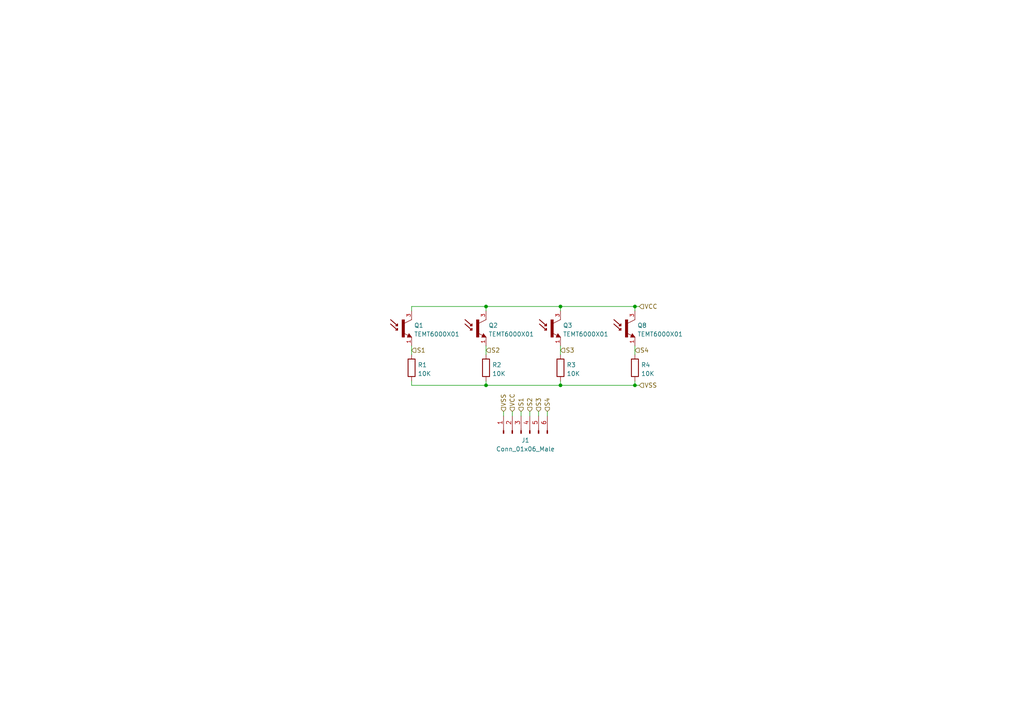
<source format=kicad_sch>
(kicad_sch (version 20211123) (generator eeschema)

  (uuid 2c152087-94fa-4fc9-83e0-21ee19ae3dc3)

  (paper "A4")

  (title_block
    (title "solar tracker")
    (rev "Cainã C.")
    (company "Atomsat")
  )

  (lib_symbols
    (symbol "Connector:Conn_01x06_Male" (pin_names (offset 1.016) hide) (in_bom yes) (on_board yes)
      (property "Reference" "J" (id 0) (at 0 7.62 0)
        (effects (font (size 1.27 1.27)))
      )
      (property "Value" "Conn_01x06_Male" (id 1) (at 0 -10.16 0)
        (effects (font (size 1.27 1.27)))
      )
      (property "Footprint" "" (id 2) (at 0 0 0)
        (effects (font (size 1.27 1.27)) hide)
      )
      (property "Datasheet" "~" (id 3) (at 0 0 0)
        (effects (font (size 1.27 1.27)) hide)
      )
      (property "ki_keywords" "connector" (id 4) (at 0 0 0)
        (effects (font (size 1.27 1.27)) hide)
      )
      (property "ki_description" "Generic connector, single row, 01x06, script generated (kicad-library-utils/schlib/autogen/connector/)" (id 5) (at 0 0 0)
        (effects (font (size 1.27 1.27)) hide)
      )
      (property "ki_fp_filters" "Connector*:*_1x??_*" (id 6) (at 0 0 0)
        (effects (font (size 1.27 1.27)) hide)
      )
      (symbol "Conn_01x06_Male_1_1"
        (polyline
          (pts
            (xy 1.27 -7.62)
            (xy 0.8636 -7.62)
          )
          (stroke (width 0.1524) (type default) (color 0 0 0 0))
          (fill (type none))
        )
        (polyline
          (pts
            (xy 1.27 -5.08)
            (xy 0.8636 -5.08)
          )
          (stroke (width 0.1524) (type default) (color 0 0 0 0))
          (fill (type none))
        )
        (polyline
          (pts
            (xy 1.27 -2.54)
            (xy 0.8636 -2.54)
          )
          (stroke (width 0.1524) (type default) (color 0 0 0 0))
          (fill (type none))
        )
        (polyline
          (pts
            (xy 1.27 0)
            (xy 0.8636 0)
          )
          (stroke (width 0.1524) (type default) (color 0 0 0 0))
          (fill (type none))
        )
        (polyline
          (pts
            (xy 1.27 2.54)
            (xy 0.8636 2.54)
          )
          (stroke (width 0.1524) (type default) (color 0 0 0 0))
          (fill (type none))
        )
        (polyline
          (pts
            (xy 1.27 5.08)
            (xy 0.8636 5.08)
          )
          (stroke (width 0.1524) (type default) (color 0 0 0 0))
          (fill (type none))
        )
        (rectangle (start 0.8636 -7.493) (end 0 -7.747)
          (stroke (width 0.1524) (type default) (color 0 0 0 0))
          (fill (type outline))
        )
        (rectangle (start 0.8636 -4.953) (end 0 -5.207)
          (stroke (width 0.1524) (type default) (color 0 0 0 0))
          (fill (type outline))
        )
        (rectangle (start 0.8636 -2.413) (end 0 -2.667)
          (stroke (width 0.1524) (type default) (color 0 0 0 0))
          (fill (type outline))
        )
        (rectangle (start 0.8636 0.127) (end 0 -0.127)
          (stroke (width 0.1524) (type default) (color 0 0 0 0))
          (fill (type outline))
        )
        (rectangle (start 0.8636 2.667) (end 0 2.413)
          (stroke (width 0.1524) (type default) (color 0 0 0 0))
          (fill (type outline))
        )
        (rectangle (start 0.8636 5.207) (end 0 4.953)
          (stroke (width 0.1524) (type default) (color 0 0 0 0))
          (fill (type outline))
        )
        (pin passive line (at 5.08 5.08 180) (length 3.81)
          (name "Pin_1" (effects (font (size 1.27 1.27))))
          (number "1" (effects (font (size 1.27 1.27))))
        )
        (pin passive line (at 5.08 2.54 180) (length 3.81)
          (name "Pin_2" (effects (font (size 1.27 1.27))))
          (number "2" (effects (font (size 1.27 1.27))))
        )
        (pin passive line (at 5.08 0 180) (length 3.81)
          (name "Pin_3" (effects (font (size 1.27 1.27))))
          (number "3" (effects (font (size 1.27 1.27))))
        )
        (pin passive line (at 5.08 -2.54 180) (length 3.81)
          (name "Pin_4" (effects (font (size 1.27 1.27))))
          (number "4" (effects (font (size 1.27 1.27))))
        )
        (pin passive line (at 5.08 -5.08 180) (length 3.81)
          (name "Pin_5" (effects (font (size 1.27 1.27))))
          (number "5" (effects (font (size 1.27 1.27))))
        )
        (pin passive line (at 5.08 -7.62 180) (length 3.81)
          (name "Pin_6" (effects (font (size 1.27 1.27))))
          (number "6" (effects (font (size 1.27 1.27))))
        )
      )
    )
    (symbol "Device:R" (pin_numbers hide) (pin_names (offset 0)) (in_bom yes) (on_board yes)
      (property "Reference" "R" (id 0) (at 2.032 0 90)
        (effects (font (size 1.27 1.27)))
      )
      (property "Value" "R" (id 1) (at 0 0 90)
        (effects (font (size 1.27 1.27)))
      )
      (property "Footprint" "" (id 2) (at -1.778 0 90)
        (effects (font (size 1.27 1.27)) hide)
      )
      (property "Datasheet" "~" (id 3) (at 0 0 0)
        (effects (font (size 1.27 1.27)) hide)
      )
      (property "ki_keywords" "R res resistor" (id 4) (at 0 0 0)
        (effects (font (size 1.27 1.27)) hide)
      )
      (property "ki_description" "Resistor" (id 5) (at 0 0 0)
        (effects (font (size 1.27 1.27)) hide)
      )
      (property "ki_fp_filters" "R_*" (id 6) (at 0 0 0)
        (effects (font (size 1.27 1.27)) hide)
      )
      (symbol "R_0_1"
        (rectangle (start -1.016 -2.54) (end 1.016 2.54)
          (stroke (width 0.254) (type default) (color 0 0 0 0))
          (fill (type none))
        )
      )
      (symbol "R_1_1"
        (pin passive line (at 0 3.81 270) (length 1.27)
          (name "~" (effects (font (size 1.27 1.27))))
          (number "1" (effects (font (size 1.27 1.27))))
        )
        (pin passive line (at 0 -3.81 90) (length 1.27)
          (name "~" (effects (font (size 1.27 1.27))))
          (number "2" (effects (font (size 1.27 1.27))))
        )
      )
    )
    (symbol "temt6000:TEMT6000X01" (pin_names (offset 1.016)) (in_bom yes) (on_board yes)
      (property "Reference" "Q" (id 0) (at 5.0999 0 0)
        (effects (font (size 1.27 1.27)) (justify left bottom))
      )
      (property "Value" "TEMT6000X01" (id 1) (at 5.0887 -2.5444 0)
        (effects (font (size 1.27 1.27)) (justify left bottom))
      )
      (property "Footprint" "TRANS_TEMT6000X01" (id 2) (at 0 0 0)
        (effects (font (size 1.27 1.27)) (justify bottom) hide)
      )
      (property "Datasheet" "" (id 3) (at 0 0 0)
        (effects (font (size 1.27 1.27)) hide)
      )
      (property "STANDARD" "Manufacturer Recommendations" (id 4) (at 0 0 0)
        (effects (font (size 1.27 1.27)) (justify bottom) hide)
      )
      (property "PARTREV" "1.9" (id 5) (at 0 0 0)
        (effects (font (size 1.27 1.27)) (justify bottom) hide)
      )
      (property "MANUFACTURER" "VISHAY" (id 6) (at 0 0 0)
        (effects (font (size 1.27 1.27)) (justify bottom) hide)
      )
      (symbol "TEMT6000X01_0_0"
        (rectangle (start -0.2547 -2.5468) (end 0.508 2.54)
          (stroke (width 0.1) (type default) (color 0 0 0 0))
          (fill (type outline))
        )
        (polyline
          (pts
            (xy -3.556 1.27)
            (xy -1.524 -0.508)
          )
          (stroke (width 0.254) (type default) (color 0 0 0 0))
          (fill (type none))
        )
        (polyline
          (pts
            (xy -3.556 2.54)
            (xy -1.524 0.762)
          )
          (stroke (width 0.254) (type default) (color 0 0 0 0))
          (fill (type none))
        )
        (polyline
          (pts
            (xy -2.032 -0.508)
            (xy -1.524 0)
          )
          (stroke (width 0.254) (type default) (color 0 0 0 0))
          (fill (type none))
        )
        (polyline
          (pts
            (xy -2.032 0.762)
            (xy -1.524 1.27)
          )
          (stroke (width 0.254) (type default) (color 0 0 0 0))
          (fill (type none))
        )
        (polyline
          (pts
            (xy -1.524 -0.508)
            (xy -2.032 -0.508)
          )
          (stroke (width 0.254) (type default) (color 0 0 0 0))
          (fill (type none))
        )
        (polyline
          (pts
            (xy -1.524 0)
            (xy -1.524 -0.508)
          )
          (stroke (width 0.254) (type default) (color 0 0 0 0))
          (fill (type none))
        )
        (polyline
          (pts
            (xy -1.524 0.762)
            (xy -2.032 0.762)
          )
          (stroke (width 0.254) (type default) (color 0 0 0 0))
          (fill (type none))
        )
        (polyline
          (pts
            (xy -1.524 1.27)
            (xy -1.524 0.762)
          )
          (stroke (width 0.254) (type default) (color 0 0 0 0))
          (fill (type none))
        )
        (polyline
          (pts
            (xy 1.27 -2.54)
            (xy 1.778 -1.524)
          )
          (stroke (width 0.1524) (type default) (color 0 0 0 0))
          (fill (type none))
        )
        (polyline
          (pts
            (xy 1.524 -2.413)
            (xy 2.286 -2.413)
          )
          (stroke (width 0.254) (type default) (color 0 0 0 0))
          (fill (type none))
        )
        (polyline
          (pts
            (xy 1.524 -2.286)
            (xy 1.905 -2.286)
          )
          (stroke (width 0.254) (type default) (color 0 0 0 0))
          (fill (type none))
        )
        (polyline
          (pts
            (xy 1.54 -2.04)
            (xy 0.308 -1.424)
          )
          (stroke (width 0.1524) (type default) (color 0 0 0 0))
          (fill (type none))
        )
        (polyline
          (pts
            (xy 1.778 -1.778)
            (xy 1.524 -2.286)
          )
          (stroke (width 0.254) (type default) (color 0 0 0 0))
          (fill (type none))
        )
        (polyline
          (pts
            (xy 1.778 -1.524)
            (xy 2.54 -2.54)
          )
          (stroke (width 0.1524) (type default) (color 0 0 0 0))
          (fill (type none))
        )
        (polyline
          (pts
            (xy 1.905 -2.286)
            (xy 1.778 -2.032)
          )
          (stroke (width 0.254) (type default) (color 0 0 0 0))
          (fill (type none))
        )
        (polyline
          (pts
            (xy 2.286 -2.413)
            (xy 1.778 -1.778)
          )
          (stroke (width 0.254) (type default) (color 0 0 0 0))
          (fill (type none))
        )
        (polyline
          (pts
            (xy 2.54 -2.54)
            (xy 1.27 -2.54)
          )
          (stroke (width 0.1524) (type default) (color 0 0 0 0))
          (fill (type none))
        )
        (polyline
          (pts
            (xy 2.54 2.54)
            (xy 0.508 1.524)
          )
          (stroke (width 0.1524) (type default) (color 0 0 0 0))
          (fill (type none))
        )
        (pin passive line (at 2.54 -5.08 90) (length 2.54)
          (name "~" (effects (font (size 1.016 1.016))))
          (number "1" (effects (font (size 1.016 1.016))))
        )
        (pin passive line (at 2.54 5.08 270) (length 2.54)
          (name "~" (effects (font (size 1.016 1.016))))
          (number "3" (effects (font (size 1.016 1.016))))
        )
      )
    )
  )

  (junction (at 184.15 111.76) (diameter 0) (color 0 0 0 0)
    (uuid 7358d1a8-2ad2-472e-962f-3d57e28d6cdb)
  )
  (junction (at 162.56 88.9) (diameter 0) (color 0 0 0 0)
    (uuid 86c731ad-857d-45d6-9b82-69f117023e86)
  )
  (junction (at 140.97 88.9) (diameter 0) (color 0 0 0 0)
    (uuid a8346d97-3245-4f2c-81c1-7cc865944636)
  )
  (junction (at 140.97 111.76) (diameter 0) (color 0 0 0 0)
    (uuid ba76aebe-4d5f-4815-b8d1-7a2a96f52c50)
  )
  (junction (at 162.56 111.76) (diameter 0) (color 0 0 0 0)
    (uuid df6f183b-363f-4168-996d-1f667c4aa436)
  )
  (junction (at 184.15 88.9) (diameter 0) (color 0 0 0 0)
    (uuid e8ff91c8-7194-430d-811b-3fd796ea5ea8)
  )

  (wire (pts (xy 140.97 88.9) (xy 140.97 90.17))
    (stroke (width 0) (type default) (color 0 0 0 0))
    (uuid 05dbaab6-50aa-4620-b512-9017fc3e2083)
  )
  (wire (pts (xy 158.75 120.65) (xy 158.75 119.38))
    (stroke (width 0) (type default) (color 0 0 0 0))
    (uuid 0d312e2c-952e-4122-afca-ca868f403ace)
  )
  (wire (pts (xy 184.15 111.76) (xy 185.42 111.76))
    (stroke (width 0) (type default) (color 0 0 0 0))
    (uuid 1db70cee-dde9-4b1c-93d8-f567ab55580f)
  )
  (wire (pts (xy 162.56 100.33) (xy 162.56 102.87))
    (stroke (width 0) (type default) (color 0 0 0 0))
    (uuid 259e6ddc-a70c-4697-bd1e-c9711c081234)
  )
  (wire (pts (xy 162.56 90.17) (xy 162.56 88.9))
    (stroke (width 0) (type default) (color 0 0 0 0))
    (uuid 31650592-0bba-43c0-8ce0-fa4dedc30b3f)
  )
  (wire (pts (xy 151.13 120.65) (xy 151.13 119.38))
    (stroke (width 0) (type default) (color 0 0 0 0))
    (uuid 34018821-5b54-4df2-aff2-0d60bc02e9cd)
  )
  (wire (pts (xy 162.56 110.49) (xy 162.56 111.76))
    (stroke (width 0) (type default) (color 0 0 0 0))
    (uuid 360efe1e-254c-40fa-ae7a-a6ea058339df)
  )
  (wire (pts (xy 184.15 111.76) (xy 184.15 110.49))
    (stroke (width 0) (type default) (color 0 0 0 0))
    (uuid 4a3c15c0-828e-449f-bc1a-b4808d2a0af3)
  )
  (wire (pts (xy 162.56 111.76) (xy 184.15 111.76))
    (stroke (width 0) (type default) (color 0 0 0 0))
    (uuid 4ace76ca-19d7-49fe-9d6a-1d1407cf6b71)
  )
  (wire (pts (xy 184.15 88.9) (xy 185.42 88.9))
    (stroke (width 0) (type default) (color 0 0 0 0))
    (uuid 50103d4c-f2c9-4a81-a595-fc94fa1afccf)
  )
  (wire (pts (xy 140.97 111.76) (xy 140.97 110.49))
    (stroke (width 0) (type default) (color 0 0 0 0))
    (uuid 71bdad15-36a0-4b82-9ccc-24cc67ca2f99)
  )
  (wire (pts (xy 146.05 120.65) (xy 146.05 119.38))
    (stroke (width 0) (type default) (color 0 0 0 0))
    (uuid 7f68ea66-c43e-4dbb-8de6-2114e9349f71)
  )
  (wire (pts (xy 153.67 120.65) (xy 153.67 119.38))
    (stroke (width 0) (type default) (color 0 0 0 0))
    (uuid 7fc27ae6-3189-4273-9ff7-482f288d8ea0)
  )
  (wire (pts (xy 162.56 88.9) (xy 184.15 88.9))
    (stroke (width 0) (type default) (color 0 0 0 0))
    (uuid 86f7f9a7-14df-4171-aa91-06bc75d98e1b)
  )
  (wire (pts (xy 148.59 120.65) (xy 148.59 119.38))
    (stroke (width 0) (type default) (color 0 0 0 0))
    (uuid 8a42c933-840c-4da4-8e5b-c2650cc66b4b)
  )
  (wire (pts (xy 140.97 111.76) (xy 162.56 111.76))
    (stroke (width 0) (type default) (color 0 0 0 0))
    (uuid 97d2e0be-134a-4050-b952-58f67a7d834a)
  )
  (wire (pts (xy 119.38 100.33) (xy 119.38 102.87))
    (stroke (width 0) (type default) (color 0 0 0 0))
    (uuid 9dc8dca3-2ca8-4b48-a961-e2a9ad50ef15)
  )
  (wire (pts (xy 184.15 88.9) (xy 184.15 90.17))
    (stroke (width 0) (type default) (color 0 0 0 0))
    (uuid ba58d29f-6542-4b85-8fed-173eb39ffb7e)
  )
  (wire (pts (xy 184.15 102.87) (xy 184.15 100.33))
    (stroke (width 0) (type default) (color 0 0 0 0))
    (uuid c22173b2-5379-4303-a35f-2cbba7303a86)
  )
  (wire (pts (xy 119.38 88.9) (xy 140.97 88.9))
    (stroke (width 0) (type default) (color 0 0 0 0))
    (uuid c696f898-d981-4181-bfb2-d3f83f91fa0f)
  )
  (wire (pts (xy 119.38 110.49) (xy 119.38 111.76))
    (stroke (width 0) (type default) (color 0 0 0 0))
    (uuid d8cc712e-2311-4b18-b902-bac6043410f7)
  )
  (wire (pts (xy 156.21 120.65) (xy 156.21 119.38))
    (stroke (width 0) (type default) (color 0 0 0 0))
    (uuid e329171d-2635-43b7-82df-041e6d0f01af)
  )
  (wire (pts (xy 119.38 111.76) (xy 140.97 111.76))
    (stroke (width 0) (type default) (color 0 0 0 0))
    (uuid e7dcc6ee-4229-40bd-8a29-a8b0c430ebb8)
  )
  (wire (pts (xy 119.38 90.17) (xy 119.38 88.9))
    (stroke (width 0) (type default) (color 0 0 0 0))
    (uuid e8ca83c6-0206-4035-bf85-54e6f1bc34a2)
  )
  (wire (pts (xy 140.97 88.9) (xy 162.56 88.9))
    (stroke (width 0) (type default) (color 0 0 0 0))
    (uuid e8f120fb-8c96-4935-94d3-8dcfe1341fdc)
  )
  (wire (pts (xy 140.97 102.87) (xy 140.97 100.33))
    (stroke (width 0) (type default) (color 0 0 0 0))
    (uuid f134a729-2c25-4855-a0c4-8f1a4f108a6d)
  )

  (hierarchical_label "S2" (shape input) (at 153.67 119.38 90)
    (effects (font (size 1.27 1.27)) (justify left))
    (uuid 3e6b005b-21b4-42de-9dc6-bdb4b13df6ba)
  )
  (hierarchical_label "S4" (shape input) (at 184.15 101.6 0)
    (effects (font (size 1.27 1.27)) (justify left))
    (uuid 5390f4d0-2589-4f39-a922-333ae44872c2)
  )
  (hierarchical_label "S1" (shape input) (at 151.13 119.38 90)
    (effects (font (size 1.27 1.27)) (justify left))
    (uuid 6c2e0e7b-12cc-496e-ae18-b373b8a1ca15)
  )
  (hierarchical_label "S3" (shape input) (at 156.21 119.38 90)
    (effects (font (size 1.27 1.27)) (justify left))
    (uuid a6832a88-203a-4ea3-9f53-e8e152f28fb4)
  )
  (hierarchical_label "S4" (shape input) (at 158.75 119.38 90)
    (effects (font (size 1.27 1.27)) (justify left))
    (uuid bc7186b8-50fd-47df-96b3-a76cd79fceda)
  )
  (hierarchical_label "VCC" (shape input) (at 148.59 119.38 90)
    (effects (font (size 1.27 1.27)) (justify left))
    (uuid c52966b5-77e4-42a4-a477-e07b121b63f8)
  )
  (hierarchical_label "S1" (shape input) (at 119.38 101.6 0)
    (effects (font (size 1.27 1.27)) (justify left))
    (uuid c77f735c-b7f7-4bb5-ab90-ca5a81c80ef9)
  )
  (hierarchical_label "VCC" (shape input) (at 185.42 88.9 0)
    (effects (font (size 1.27 1.27)) (justify left))
    (uuid eb0ecba0-d8bf-406c-8762-d7c29daf05d2)
  )
  (hierarchical_label "S3" (shape input) (at 162.56 101.6 0)
    (effects (font (size 1.27 1.27)) (justify left))
    (uuid ee92c7b5-ad4b-4f3d-b1a3-dfebdae9cc8f)
  )
  (hierarchical_label "VSS" (shape input) (at 146.05 119.38 90)
    (effects (font (size 1.27 1.27)) (justify left))
    (uuid f2198e39-4e7e-4e9f-a29f-4d61a0bbe706)
  )
  (hierarchical_label "S2" (shape input) (at 140.97 101.6 0)
    (effects (font (size 1.27 1.27)) (justify left))
    (uuid f910fe18-fe2d-4e3d-a0d2-0fb4ed4549fe)
  )
  (hierarchical_label "VSS" (shape input) (at 185.42 111.76 0)
    (effects (font (size 1.27 1.27)) (justify left))
    (uuid fc286b66-a904-46b0-873b-73720169392b)
  )

  (symbol (lib_id "Device:R") (at 184.15 106.68 0) (unit 1)
    (in_bom yes) (on_board yes) (fields_autoplaced)
    (uuid 3b596dff-d3ea-4d95-a318-b5191d42e0b9)
    (property "Reference" "R4" (id 0) (at 185.928 105.8453 0)
      (effects (font (size 1.27 1.27)) (justify left))
    )
    (property "Value" "10K" (id 1) (at 185.928 108.3822 0)
      (effects (font (size 1.27 1.27)) (justify left))
    )
    (property "Footprint" "Resistor_SMD:R_0805_2012Metric" (id 2) (at 182.372 106.68 90)
      (effects (font (size 1.27 1.27)) hide)
    )
    (property "Datasheet" "~" (id 3) (at 184.15 106.68 0)
      (effects (font (size 1.27 1.27)) hide)
    )
    (pin "1" (uuid 2b87de43-7a22-4d60-ab1c-495409992c3d))
    (pin "2" (uuid baea4f2b-0651-4944-a7d9-a592b98fca14))
  )

  (symbol (lib_id "Device:R") (at 162.56 106.68 0) (unit 1)
    (in_bom yes) (on_board yes) (fields_autoplaced)
    (uuid 5860dea1-50c1-4ac5-b506-1b66343a88d5)
    (property "Reference" "R3" (id 0) (at 164.338 105.8453 0)
      (effects (font (size 1.27 1.27)) (justify left))
    )
    (property "Value" "10K" (id 1) (at 164.338 108.3822 0)
      (effects (font (size 1.27 1.27)) (justify left))
    )
    (property "Footprint" "Resistor_SMD:R_0805_2012Metric" (id 2) (at 160.782 106.68 90)
      (effects (font (size 1.27 1.27)) hide)
    )
    (property "Datasheet" "~" (id 3) (at 162.56 106.68 0)
      (effects (font (size 1.27 1.27)) hide)
    )
    (pin "1" (uuid ce2b236a-7333-4820-a5f2-7cf7477a6db2))
    (pin "2" (uuid 34619994-9122-493d-b82e-60a6e0058801))
  )

  (symbol (lib_id "Connector:Conn_01x06_Male") (at 151.13 125.73 90) (unit 1)
    (in_bom yes) (on_board yes) (fields_autoplaced)
    (uuid 69458d23-d524-4659-9dcd-cf1a6645b134)
    (property "Reference" "J1" (id 0) (at 152.4 127.7096 90))
    (property "Value" "Conn_01x06_Male" (id 1) (at 152.4 130.2465 90))
    (property "Footprint" "Connector_PinHeader_2.54mm:PinHeader_1x06_P2.54mm_Horizontal" (id 2) (at 151.13 125.73 0)
      (effects (font (size 1.27 1.27)) hide)
    )
    (property "Datasheet" "~" (id 3) (at 151.13 125.73 0)
      (effects (font (size 1.27 1.27)) hide)
    )
    (pin "1" (uuid d9f01d52-be28-4cc4-92ce-12b25e030467))
    (pin "2" (uuid 76011d18-6383-43f5-a988-987ade28da47))
    (pin "3" (uuid da07729f-c2c8-458f-a62a-74307fa71a1f))
    (pin "4" (uuid 26a09acc-1a3e-45f2-81f9-82fa5c700ee2))
    (pin "5" (uuid 3797cc0d-71d2-41e6-b6c2-a5d2152e6dd5))
    (pin "6" (uuid 4afc4882-cbd7-4884-9cfd-daf5e6e16565))
  )

  (symbol (lib_id "Device:R") (at 140.97 106.68 0) (unit 1)
    (in_bom yes) (on_board yes) (fields_autoplaced)
    (uuid 8b03df72-a001-4cd3-a49d-5bde6b18c7e1)
    (property "Reference" "R2" (id 0) (at 142.748 105.8453 0)
      (effects (font (size 1.27 1.27)) (justify left))
    )
    (property "Value" "10K" (id 1) (at 142.748 108.3822 0)
      (effects (font (size 1.27 1.27)) (justify left))
    )
    (property "Footprint" "Resistor_SMD:R_0805_2012Metric" (id 2) (at 139.192 106.68 90)
      (effects (font (size 1.27 1.27)) hide)
    )
    (property "Datasheet" "~" (id 3) (at 140.97 106.68 0)
      (effects (font (size 1.27 1.27)) hide)
    )
    (pin "1" (uuid 473b1b78-7152-4e34-946c-7487a2ae1ba7))
    (pin "2" (uuid a0e8bfe8-2033-496b-80c7-acf2f5d13f22))
  )

  (symbol (lib_id "Device:R") (at 119.38 106.68 0) (unit 1)
    (in_bom yes) (on_board yes) (fields_autoplaced)
    (uuid a6ffe208-f252-495b-a321-c0cf5ce18ac8)
    (property "Reference" "R1" (id 0) (at 121.158 105.8453 0)
      (effects (font (size 1.27 1.27)) (justify left))
    )
    (property "Value" "10K" (id 1) (at 121.158 108.3822 0)
      (effects (font (size 1.27 1.27)) (justify left))
    )
    (property "Footprint" "Resistor_SMD:R_0805_2012Metric" (id 2) (at 117.602 106.68 90)
      (effects (font (size 1.27 1.27)) hide)
    )
    (property "Datasheet" "~" (id 3) (at 119.38 106.68 0)
      (effects (font (size 1.27 1.27)) hide)
    )
    (pin "1" (uuid 2fe85d53-26eb-4ef9-86d6-b6869913c221))
    (pin "2" (uuid a359cf13-9afa-4105-a340-b11338d6149a))
  )

  (symbol (lib_id "temt6000:TEMT6000X01") (at 138.43 95.25 0) (unit 1)
    (in_bom yes) (on_board yes) (fields_autoplaced)
    (uuid c352d090-e890-452c-b272-cc39c2a06c76)
    (property "Reference" "Q2" (id 0) (at 141.6812 94.3899 0)
      (effects (font (size 1.27 1.27)) (justify left))
    )
    (property "Value" "TEMT6000X01" (id 1) (at 141.6812 96.9268 0)
      (effects (font (size 1.27 1.27)) (justify left))
    )
    (property "Footprint" "TRANS_TEMT6000X01" (id 2) (at 138.43 95.25 0)
      (effects (font (size 1.27 1.27)) (justify bottom) hide)
    )
    (property "Datasheet" "" (id 3) (at 138.43 95.25 0)
      (effects (font (size 1.27 1.27)) hide)
    )
    (property "STANDARD" "Manufacturer Recommendations" (id 4) (at 138.43 95.25 0)
      (effects (font (size 1.27 1.27)) (justify bottom) hide)
    )
    (property "PARTREV" "1.9" (id 5) (at 138.43 95.25 0)
      (effects (font (size 1.27 1.27)) (justify bottom) hide)
    )
    (property "MANUFACTURER" "VISHAY" (id 6) (at 138.43 95.25 0)
      (effects (font (size 1.27 1.27)) (justify bottom) hide)
    )
    (pin "1" (uuid b45c2e64-4545-4370-9026-011cfbbadcc7))
    (pin "3" (uuid 76414f7d-7277-47b0-8dcf-294eb9f671a5))
  )

  (symbol (lib_id "temt6000:TEMT6000X01") (at 160.02 95.25 0) (unit 1)
    (in_bom yes) (on_board yes) (fields_autoplaced)
    (uuid dd58e30c-588c-422c-bf27-a8fba5f4c5da)
    (property "Reference" "Q3" (id 0) (at 163.2712 94.3899 0)
      (effects (font (size 1.27 1.27)) (justify left))
    )
    (property "Value" "TEMT6000X01" (id 1) (at 163.2712 96.9268 0)
      (effects (font (size 1.27 1.27)) (justify left))
    )
    (property "Footprint" "TRANS_TEMT6000X01" (id 2) (at 160.02 95.25 0)
      (effects (font (size 1.27 1.27)) (justify bottom) hide)
    )
    (property "Datasheet" "" (id 3) (at 160.02 95.25 0)
      (effects (font (size 1.27 1.27)) hide)
    )
    (property "STANDARD" "Manufacturer Recommendations" (id 4) (at 160.02 95.25 0)
      (effects (font (size 1.27 1.27)) (justify bottom) hide)
    )
    (property "PARTREV" "1.9" (id 5) (at 160.02 95.25 0)
      (effects (font (size 1.27 1.27)) (justify bottom) hide)
    )
    (property "MANUFACTURER" "VISHAY" (id 6) (at 160.02 95.25 0)
      (effects (font (size 1.27 1.27)) (justify bottom) hide)
    )
    (pin "1" (uuid 8c71f961-2487-417f-8753-c563dfc88273))
    (pin "3" (uuid 653f2b4d-f6ab-4c6e-ae60-d352bf14c52e))
  )

  (symbol (lib_id "temt6000:TEMT6000X01") (at 181.61 95.25 0) (unit 1)
    (in_bom yes) (on_board yes) (fields_autoplaced)
    (uuid ee4291bb-1399-4ac6-8367-4fe38d6c35e5)
    (property "Reference" "Q8" (id 0) (at 184.8612 94.3899 0)
      (effects (font (size 1.27 1.27)) (justify left))
    )
    (property "Value" "TEMT6000X01" (id 1) (at 184.8612 96.9268 0)
      (effects (font (size 1.27 1.27)) (justify left))
    )
    (property "Footprint" "TRANS_TEMT6000X01" (id 2) (at 181.61 95.25 0)
      (effects (font (size 1.27 1.27)) (justify bottom) hide)
    )
    (property "Datasheet" "" (id 3) (at 181.61 95.25 0)
      (effects (font (size 1.27 1.27)) hide)
    )
    (property "STANDARD" "Manufacturer Recommendations" (id 4) (at 181.61 95.25 0)
      (effects (font (size 1.27 1.27)) (justify bottom) hide)
    )
    (property "PARTREV" "1.9" (id 5) (at 181.61 95.25 0)
      (effects (font (size 1.27 1.27)) (justify bottom) hide)
    )
    (property "MANUFACTURER" "VISHAY" (id 6) (at 181.61 95.25 0)
      (effects (font (size 1.27 1.27)) (justify bottom) hide)
    )
    (pin "1" (uuid 3f04699f-7a5d-446b-acff-cacc7e292525))
    (pin "3" (uuid a395931d-a7c6-4756-90f7-92ca639e10d4))
  )

  (symbol (lib_id "temt6000:TEMT6000X01") (at 116.84 95.25 0) (unit 1)
    (in_bom yes) (on_board yes) (fields_autoplaced)
    (uuid f02edea4-eab6-4404-8946-e310dd82d48e)
    (property "Reference" "Q1" (id 0) (at 120.0912 94.3899 0)
      (effects (font (size 1.27 1.27)) (justify left))
    )
    (property "Value" "TEMT6000X01" (id 1) (at 120.0912 96.9268 0)
      (effects (font (size 1.27 1.27)) (justify left))
    )
    (property "Footprint" "TRANS_TEMT6000X01" (id 2) (at 116.84 95.25 0)
      (effects (font (size 1.27 1.27)) (justify bottom) hide)
    )
    (property "Datasheet" "" (id 3) (at 116.84 95.25 0)
      (effects (font (size 1.27 1.27)) hide)
    )
    (property "STANDARD" "Manufacturer Recommendations" (id 4) (at 116.84 95.25 0)
      (effects (font (size 1.27 1.27)) (justify bottom) hide)
    )
    (property "PARTREV" "1.9" (id 5) (at 116.84 95.25 0)
      (effects (font (size 1.27 1.27)) (justify bottom) hide)
    )
    (property "MANUFACTURER" "VISHAY" (id 6) (at 116.84 95.25 0)
      (effects (font (size 1.27 1.27)) (justify bottom) hide)
    )
    (pin "1" (uuid 114ea81b-0189-4593-b761-7507550d6da8))
    (pin "3" (uuid 74377a56-5a3b-406e-abc3-5d9fe69c3a27))
  )
)

</source>
